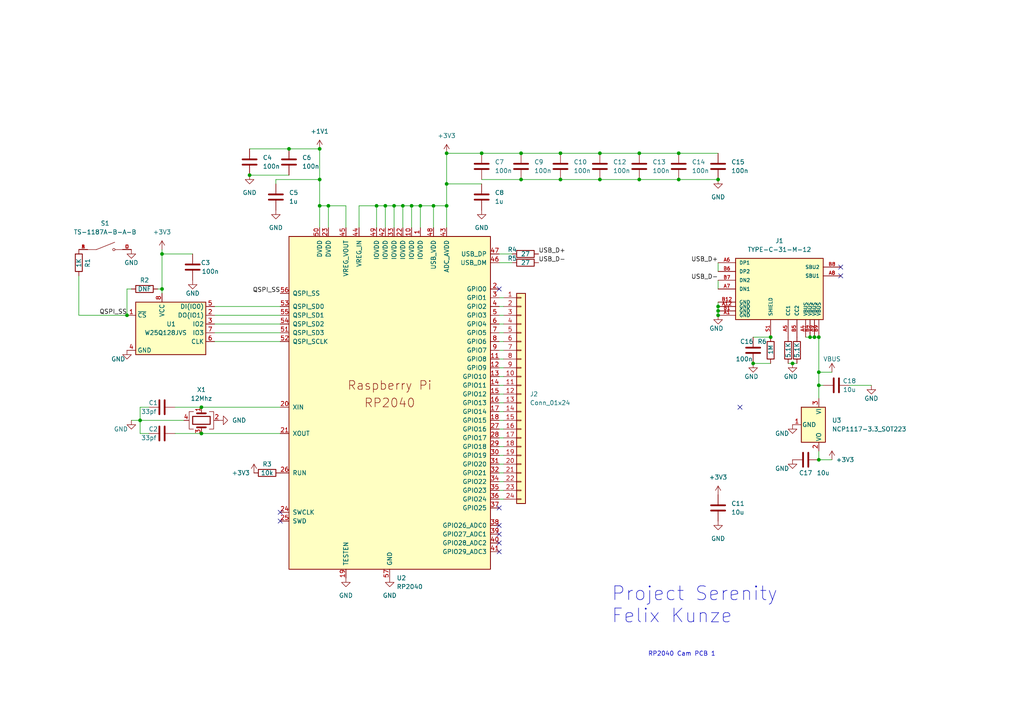
<source format=kicad_sch>
(kicad_sch (version 20231120) (generator "eeschema") (generator_version "8.0")
  (paper "A4")
  (lib_symbols
    (symbol "Connector_Generic:Conn_01x24" (pin_names (offset 1.016) hide)
      (property "Reference" "J" (at 0 30.48 0))
      (property "Value" "Conn_01x24" (at 0 -33.02 0))
      (symbol "Conn_01x24_1_1"
        (rectangle (start -1.27 -30.353) (end 0 -30.607) (stroke (width 0.1524)))
        (rectangle (start -1.27 -27.813) (end 0 -28.067) (stroke (width 0.1524)))
        (rectangle (start -1.27 -25.273) (end 0 -25.527) (stroke (width 0.1524)))
        (rectangle (start -1.27 -22.733) (end 0 -22.987) (stroke (width 0.1524)))
        (rectangle (start -1.27 -20.193) (end 0 -20.447) (stroke (width 0.1524)))
        (rectangle (start -1.27 -17.653) (end 0 -17.907) (stroke (width 0.1524)))
        (rectangle (start -1.27 -15.113) (end 0 -15.367) (stroke (width 0.1524)))
        (rectangle (start -1.27 -12.573) (end 0 -12.827) (stroke (width 0.1524)))
        (rectangle (start -1.27 -10.033) (end 0 -10.287) (stroke (width 0.1524)))
        (rectangle (start -1.27 -7.493) (end 0 -7.747) (stroke (width 0.1524)))
        (rectangle (start -1.27 -4.953) (end 0 -5.207) (stroke (width 0.1524)))
        (rectangle (start -1.27 -2.413) (end 0 -2.667) (stroke (width 0.1524)))
        (rectangle (start -1.27 0.127) (end 0 -0.127) (stroke (width 0.1524)))
        (rectangle (start -1.27 2.667) (end 0 2.413) (stroke (width 0.1524)))
        (rectangle (start -1.27 5.207) (end 0 4.953) (stroke (width 0.1524)))
        (rectangle (start -1.27 7.747) (end 0 7.493) (stroke (width 0.1524)))
        (rectangle (start -1.27 10.287) (end 0 10.033) (stroke (width 0.1524)))
        (rectangle (start -1.27 12.827) (end 0 12.573) (stroke (width 0.1524)))
        (rectangle (start -1.27 15.367) (end 0 15.113) (stroke (width 0.1524)))
        (rectangle (start -1.27 17.907) (end 0 17.653) (stroke (width 0.1524)))
        (rectangle (start -1.27 20.447) (end 0 20.193) (stroke (width 0.1524)))
        (rectangle (start -1.27 22.987) (end 0 22.733) (stroke (width 0.1524)))
        (rectangle (start -1.27 25.527) (end 0 25.273) (stroke (width 0.1524)))
        (rectangle (start -1.27 28.067) (end 0 27.813) (stroke (width 0.1524)))
        (rectangle (start -1.27 29.21) (end 1.27 -31.75) (stroke (width 0.254)) (fill (type background)))
        (pin passive line (at -5.08 27.94 0) (length 3.81) (name "Pin_1") (number "1"))
        (pin passive line (at -5.08 5.08 0) (length 3.81) (name "Pin_10") (number "10"))
        (pin passive line (at -5.08 2.54 0) (length 3.81) (name "Pin_11") (number "11"))
        (pin passive line (at -5.08 0 0) (length 3.81) (name "Pin_12") (number "12"))
        (pin passive line (at -5.08 -2.54 0) (length 3.81) (name "Pin_13") (number "13"))
        (pin passive line (at -5.08 -5.08 0) (length 3.81) (name "Pin_14") (number "14"))
        (pin passive line (at -5.08 -7.62 0) (length 3.81) (name "Pin_15") (number "15"))
        (pin passive line (at -5.08 -10.16 0) (length 3.81) (name "Pin_16") (number "16"))
        (pin passive line (at -5.08 -12.7 0) (length 3.81) (name "Pin_17") (number "17"))
        (pin passive line (at -5.08 -15.24 0) (length 3.81) (name "Pin_18") (number "18"))
        (pin passive line (at -5.08 -17.78 0) (length 3.81) (name "Pin_19") (number "19"))
        (pin passive line (at -5.08 25.4 0) (length 3.81) (name "Pin_2") (number "2"))
        (pin passive line (at -5.08 -20.32 0) (length 3.81) (name "Pin_20") (number "20"))
        (pin passive line (at -5.08 -22.86 0) (length 3.81) (name "Pin_21") (number "21"))
        (pin passive line (at -5.08 -25.4 0) (length 3.81) (name "Pin_22") (number "22"))
        (pin passive line (at -5.08 -27.94 0) (length 3.81) (name "Pin_23") (number "23"))
        (pin passive line (at -5.08 -30.48 0) (length 3.81) (name "Pin_24") (number "24"))
        (pin passive line (at -5.08 22.86 0) (length 3.81) (name "Pin_3") (number "3"))
        (pin passive line (at -5.08 20.32 0) (length 3.81) (name "Pin_4") (number "4"))
        (pin passive line (at -5.08 17.78 0) (length 3.81) (name "Pin_5") (number "5"))
        (pin passive line (at -5.08 15.24 0) (length 3.81) (name "Pin_6") (number "6"))
        (pin passive line (at -5.08 12.7 0) (length 3.81) (name "Pin_7") (number "7"))
        (pin passive line (at -5.08 10.16 0) (length 3.81) (name "Pin_8") (number "8"))
        (pin passive line (at -5.08 7.62 0) (length 3.81) (name "Pin_9") (number "9"))
      )
    )
    (symbol "Device:C" (pin_numbers hide) (pin_names (offset 0.254))
      (property "Reference" "C" (at 0.635 2.54 0))
      (property "Value" "C" (at 0.635 -2.54 0))
      (symbol "C_0_1"
        (polyline (pts (xy -2.032 -0.762) (xy 2.032 -0.762)) (stroke (width 0.508)))
        (polyline (pts (xy -2.032 0.762) (xy 2.032 0.762)) (stroke (width 0.508)))
      )
      (symbol "C_1_1"
        (pin passive line (at 0 3.81 270) (length 2.794) (name "~") (number "1"))
        (pin passive line (at 0 -3.81 90) (length 2.794) (name "~") (number "2"))
      )
    )
    (symbol "Device:Crystal_GND24" (pin_names (offset 1.016) hide)
      (property "Reference" "Y" (at 3.175 5.08 0))
      (property "Value" "Crystal_GND24" (at 3.175 3.175 0))
      (symbol "Crystal_GND24_0_1"
        (rectangle (start -1.143 2.54) (end 1.143 -2.54) (stroke (width 0.3048)))
        (polyline (pts (xy -2.54 0) (xy -2.032 0)))
        (polyline (pts (xy -2.032 -1.27) (xy -2.032 1.27)) (stroke (width 0.508)))
        (polyline (pts (xy 0 -3.81) (xy 0 -3.556)))
        (polyline (pts (xy 0 3.556) (xy 0 3.81)))
        (polyline (pts (xy 2.032 -1.27) (xy 2.032 1.27)) (stroke (width 0.508)))
        (polyline (pts (xy 2.032 0) (xy 2.54 0)))
        (polyline (pts (xy -2.54 -2.286) (xy -2.54 -3.556) (xy 2.54 -3.556) (xy 2.54 -2.286)))
        (polyline (pts (xy -2.54 2.286) (xy -2.54 3.556) (xy 2.54 3.556) (xy 2.54 2.286)))
      )
      (symbol "Crystal_GND24_1_1"
        (pin passive line (at -3.81 0 0) (length 1.27) (name "1") (number "1"))
        (pin passive line (at 0 5.08 270) (length 1.27) (name "2") (number "2"))
        (pin passive line (at 3.81 0 180) (length 1.27) (name "3") (number "3"))
        (pin passive line (at 0 -5.08 90) (length 1.27) (name "4") (number "4"))
      )
    )
    (symbol "Device:R" (pin_numbers hide) (pin_names (offset 0))
      (property "Reference" "R?" (at 0 6.35 90))
      (property "Value" "5.1K" (at 0 0 90))
      (symbol "R_0_1"
        (rectangle (start -1.016 -2.54) (end 1.016 2.54) (stroke (width 0.254)))
      )
      (symbol "R_1_1"
        (pin passive line (at 0 3.81 270) (length 1.27) (name "~") (number "1"))
        (pin passive line (at 0 -3.81 90) (length 1.27) (name "~") (number "2"))
      )
    )
    (symbol "MCU_RaspberryPi_RP2040:RP2040" (pin_names (offset 1.016))
      (property "Reference" "U1" (at 2.0194 -50.8 0))
      (property "Value" "RP2040" (at 2.0194 -53.34 0))
      (symbol "RP2040_0_0"
        (text "Raspberry Pi" (at 0 5.08 0) (effects (font (size 2.54 2.54))))
        (text "RP2040" (at 0 0 0) (effects (font (size 2.54 2.54))))
      )
      (symbol "RP2040_0_1"
        (rectangle (start 29.21 48.26) (end -29.21 -48.26) (stroke (width 0.254)) (fill (type background)))
      )
      (symbol "RP2040_1_1"
        (pin power_in line (at 8.89 50.8 270) (length 2.54) (name "IOVDD") (number "1"))
        (pin power_in line (at 6.35 50.8 270) (length 2.54) (name "IOVDD") (number "10"))
        (pin bidirectional line (at 31.75 12.7 180) (length 2.54) (name "GPIO8") (number "11"))
        (pin bidirectional line (at 31.75 10.16 180) (length 2.54) (name "GPIO9") (number "12"))
        (pin bidirectional line (at 31.75 7.62 180) (length 2.54) (name "GPIO10") (number "13"))
        (pin bidirectional line (at 31.75 5.08 180) (length 2.54) (name "GPIO11") (number "14"))
        (pin bidirectional line (at 31.75 2.54 180) (length 2.54) (name "GPIO12") (number "15"))
        (pin bidirectional line (at 31.75 0 180) (length 2.54) (name "GPIO13") (number "16"))
        (pin bidirectional line (at 31.75 -2.54 180) (length 2.54) (name "GPIO14") (number "17"))
        (pin bidirectional line (at 31.75 -5.08 180) (length 2.54) (name "GPIO15") (number "18"))
        (pin passive line (at -12.7 -50.8 90) (length 2.54) (name "TESTEN") (number "19"))
        (pin bidirectional line (at 31.75 33.02 180) (length 2.54) (name "GPIO0") (number "2"))
        (pin input line (at -31.75 -1.27 0) (length 2.54) (name "XIN") (number "20"))
        (pin passive line (at -31.75 -8.89 0) (length 2.54) (name "XOUT") (number "21"))
        (pin power_in line (at 3.81 50.8 270) (length 2.54) (name "IOVDD") (number "22"))
        (pin power_in line (at -17.78 50.8 270) (length 2.54) (name "DVDD") (number "23"))
        (pin output line (at -31.75 -31.75 0) (length 2.54) (name "SWCLK") (number "24"))
        (pin bidirectional line (at -31.75 -34.29 0) (length 2.54) (name "SWD") (number "25"))
        (pin input line (at -31.75 -20.32 0) (length 2.54) (name "RUN") (number "26"))
        (pin bidirectional line (at 31.75 -7.62 180) (length 2.54) (name "GPIO16") (number "27"))
        (pin bidirectional line (at 31.75 -10.16 180) (length 2.54) (name "GPIO17") (number "28"))
        (pin bidirectional line (at 31.75 -12.7 180) (length 2.54) (name "GPIO18") (number "29"))
        (pin bidirectional line (at 31.75 30.48 180) (length 2.54) (name "GPIO1") (number "3"))
        (pin bidirectional line (at 31.75 -15.24 180) (length 2.54) (name "GPIO19") (number "30"))
        (pin bidirectional line (at 31.75 -17.78 180) (length 2.54) (name "GPIO20") (number "31"))
        (pin bidirectional line (at 31.75 -20.32 180) (length 2.54) (name "GPIO21") (number "32"))
        (pin power_in line (at 1.27 50.8 270) (length 2.54) (name "IOVDD") (number "33"))
        (pin bidirectional line (at 31.75 -22.86 180) (length 2.54) (name "GPIO22") (number "34"))
        (pin bidirectional line (at 31.75 -25.4 180) (length 2.54) (name "GPIO23") (number "35"))
        (pin bidirectional line (at 31.75 -27.94 180) (length 2.54) (name "GPIO24") (number "36"))
        (pin bidirectional line (at 31.75 -30.48 180) (length 2.54) (name "GPIO25") (number "37"))
        (pin bidirectional line (at 31.75 -35.56 180) (length 2.54) (name "GPIO26_ADC0") (number "38"))
        (pin bidirectional line (at 31.75 -38.1 180) (length 2.54) (name "GPIO27_ADC1") (number "39"))
        (pin bidirectional line (at 31.75 27.94 180) (length 2.54) (name "GPIO2") (number "4"))
        (pin bidirectional line (at 31.75 -40.64 180) (length 2.54) (name "GPIO28_ADC2") (number "40"))
        (pin bidirectional line (at 31.75 -43.18 180) (length 2.54) (name "GPIO29_ADC3") (number "41"))
        (pin power_in line (at -1.27 50.8 270) (length 2.54) (name "IOVDD") (number "42"))
        (pin power_in line (at 16.51 50.8 270) (length 2.54) (name "ADC_AVDD") (number "43"))
        (pin power_in line (at -8.89 50.8 270) (length 2.54) (name "VREG_IN") (number "44"))
        (pin power_out line (at -12.7 50.8 270) (length 2.54) (name "VREG_VOUT") (number "45"))
        (pin bidirectional line (at 31.75 40.64 180) (length 2.54) (name "USB_DM") (number "46"))
        (pin bidirectional line (at 31.75 43.18 180) (length 2.54) (name "USB_DP") (number "47"))
        (pin power_in line (at 12.7 50.8 270) (length 2.54) (name "USB_VDD") (number "48"))
        (pin power_in line (at -3.81 50.8 270) (length 2.54) (name "IOVDD") (number "49"))
        (pin bidirectional line (at 31.75 25.4 180) (length 2.54) (name "GPIO3") (number "5"))
        (pin power_in line (at -20.32 50.8 270) (length 2.54) (name "DVDD") (number "50"))
        (pin bidirectional line (at -31.75 20.32 0) (length 2.54) (name "QSPI_SD3") (number "51"))
        (pin output line (at -31.75 17.78 0) (length 2.54) (name "QSPI_SCLK") (number "52"))
        (pin bidirectional line (at -31.75 27.94 0) (length 2.54) (name "QSPI_SD0") (number "53"))
        (pin bidirectional line (at -31.75 22.86 0) (length 2.54) (name "QSPI_SD2") (number "54"))
        (pin bidirectional line (at -31.75 25.4 0) (length 2.54) (name "QSPI_SD1") (number "55"))
        (pin bidirectional line (at -31.75 31.75 0) (length 2.54) (name "QSPI_SS") (number "56"))
        (pin power_in line (at 0 -50.8 90) (length 2.54) (name "GND") (number "57"))
        (pin bidirectional line (at 31.75 22.86 180) (length 2.54) (name "GPIO4") (number "6"))
        (pin bidirectional line (at 31.75 20.32 180) (length 2.54) (name "GPIO5") (number "7"))
        (pin bidirectional line (at 31.75 17.78 180) (length 2.54) (name "GPIO6") (number "8"))
        (pin bidirectional line (at 31.75 15.24 180) (length 2.54) (name "GPIO7") (number "9"))
      )
    )
    (symbol "Memory_Flash:W25Q128JVS"
      (property "Reference" "U1" (at -1.27 1.27 0))
      (property "Value" "W25Q128JVS" (at -7.62 -1.27 0))
      (symbol "W25Q128JVS_0_1"
        (rectangle (start -10.16 7.62) (end 10.16 -7.62) (stroke (width 0.254)) (fill (type background)))
      )
      (symbol "W25Q128JVS_1_1"
        (pin input line (at -12.7 3.81 0) (length 2.54) (name "~{CS}") (number "1"))
        (pin bidirectional line (at 12.7 3.81 180) (length 2.54) (name "DO(IO1)") (number "2"))
        (pin bidirectional line (at 12.7 1.27 180) (length 2.54) (name "IO2") (number "3"))
        (pin power_in line (at -12.7 -6.35 0) (length 2.54) (name "GND") (number "4"))
        (pin bidirectional line (at 12.7 6.35 180) (length 2.54) (name "DI(IO0)") (number "5"))
        (pin input line (at 12.7 -3.81 180) (length 2.54) (name "CLK") (number "6"))
        (pin bidirectional line (at 12.7 -1.27 180) (length 2.54) (name "IO3") (number "7"))
        (pin power_in line (at -2.54 10.16 270) (length 2.54) (name "VCC") (number "8"))
      )
    )
    (symbol "R_1" (pin_numbers hide) (pin_names (offset 0))
      (property "Reference" "R" (at 2.032 0 90))
      (property "Value" "R_1" (at 0 0 90))
      (symbol "R_1_0_1"
        (rectangle (start -1.016 -2.54) (end 1.016 2.54) (stroke (width 0.254)))
      )
      (symbol "R_1_1_1"
        (pin passive line (at 0 3.81 270) (length 1.27) (name "~") (number "1"))
        (pin passive line (at 0 -3.81 90) (length 1.27) (name "~") (number "2"))
      )
    )
    (symbol "R_2" (pin_numbers hide) (pin_names (offset 0))
      (property "Reference" "R" (at 2.032 0 90))
      (property "Value" "R_2" (at 0 0 90))
      (symbol "R_2_0_1"
        (rectangle (start -1.016 -2.54) (end 1.016 2.54) (stroke (width 0.254)))
      )
      (symbol "R_2_1_1"
        (pin passive line (at 0 3.81 270) (length 1.27) (name "~") (number "1"))
        (pin passive line (at 0 -3.81 90) (length 1.27) (name "~") (number "2"))
      )
    )
    (symbol "R_4" (pin_numbers hide) (pin_names (offset 0))
      (property "Reference" "R" (at 2.032 0 90))
      (property "Value" "R_4" (at 0 0 90))
      (symbol "R_4_0_1"
        (rectangle (start -1.016 -2.54) (end 1.016 2.54) (stroke (width 0.254)))
      )
      (symbol "R_4_1_1"
        (pin passive line (at 0 3.81 270) (length 1.27) (name "~") (number "1"))
        (pin passive line (at 0 -3.81 90) (length 1.27) (name "~") (number "2"))
      )
    )
    (symbol "R_5" (pin_numbers hide) (pin_names (offset 0))
      (property "Reference" "R" (at 2.032 0 90))
      (property "Value" "R_5" (at 0 0 90))
      (symbol "R_5_0_1"
        (rectangle (start -1.016 -2.54) (end 1.016 2.54) (stroke (width 0.254)))
      )
      (symbol "R_5_1_1"
        (pin passive line (at 0 3.81 270) (length 1.27) (name "~") (number "1"))
        (pin passive line (at 0 -3.81 90) (length 1.27) (name "~") (number "2"))
      )
    )
    (symbol "R_6" (pin_numbers hide) (pin_names (offset 0))
      (property "Reference" "R" (at 2.032 0 90))
      (property "Value" "R_6" (at 0 0 90))
      (symbol "R_6_0_1"
        (rectangle (start -1.016 -2.54) (end 1.016 2.54) (stroke (width 0.254)))
      )
      (symbol "R_6_1_1"
        (pin passive line (at 0 3.81 270) (length 1.27) (name "~") (number "1"))
        (pin passive line (at 0 -3.81 90) (length 1.27) (name "~") (number "2"))
      )
    )
    (symbol "Regulator_Linear:NCP1117-3.3_SOT223" (pin_names (offset 0.254))
      (property "Reference" "U" (at -3.81 3.175 0))
      (property "Value" "NCP1117-3.3_SOT223" (at 0 3.175 0))
      (symbol "NCP1117-3.3_SOT223_0_1"
        (rectangle (start -5.08 -5.08) (end 5.08 1.905) (stroke (width 0.254)) (fill (type background)))
      )
      (symbol "NCP1117-3.3_SOT223_1_1"
        (pin power_in line (at 0 -7.62 90) (length 2.54) (name "GND") (number "1"))
        (pin power_out line (at 7.62 0 180) (length 2.54) (name "VO") (number "2"))
        (pin power_in line (at -7.62 0 0) (length 2.54) (name "VI") (number "3"))
      )
    )
    (symbol "TS-1187A-B-A-B:TS-1187A-B-A-B" (pin_names (offset 1.016) hide)
      (property "Reference" "S?" (at 0 7.62 0))
      (property "Value" "TS-1187A-B-A-B" (at 0 5.08 0))
      (symbol "TS-1187A-B-A-B_0_0"
        (polyline (pts (xy -2.54 0) (xy -5.08 0)) (stroke (width 0.1524)))
        (polyline (pts (xy -2.54 0) (xy 2.794 2.1336)) (stroke (width 0.1524)))
        (polyline (pts (xy 5.08 0) (xy 2.921 0)) (stroke (width 0.1524)))
        (circle (center 2.54 0) (radius 0.3302) (stroke (width 0.1524)))
        (pin passive line (at -7.62 0 0) (length 2.54) (name "~") (number "A"))
        (pin passive line (at -7.62 0 0) (length 2.54) (name "~") (number "B"))
        (pin passive line (at 7.62 0 180) (length 2.54) (name "~") (number "C"))
        (pin passive line (at 7.62 0 180) (length 2.54) (name "~") (number "D"))
      )
    )
    (symbol "TYPE-C-31-M-12:TYPE-C-31-M-12" (pin_names (offset 1.016))
      (property "Reference" "J1" (at 0 13.97 0))
      (property "Value" "TYPE-C-31-M-12" (at 0 11.43 0))
      (symbol "TYPE-C-31-M-12_0_0"
        (rectangle (start -12.7 8.89) (end 12.7 -8.89) (stroke (width 0.254)) (fill (type background)))
        (pin power_out line (at -17.78 -7.62 0) (length 5.08) (name "GND") (number "A1"))
        (pin passive line (at -17.78 -5.08 0) (length 5.08) (name "GND") (number "A12"))
        (pin power_out line (at 7.62 -13.97 90) (length 5.08) (name "VBUS") (number "A4"))
        (pin bidirectional line (at 2.54 -13.97 90) (length 5.08) (name "CC1") (number "A5"))
        (pin bidirectional line (at -17.78 7.62 0) (length 5.08) (name "DP1") (number "A6"))
        (pin bidirectional line (at -17.78 0 0) (length 5.08) (name "DN1") (number "A7"))
        (pin bidirectional line (at 17.78 3.81 180) (length 5.08) (name "SBU1") (number "A8"))
        (pin passive line (at 10.16 -13.97 90) (length 5.08) (name "VBUS") (number "A9"))
        (pin passive line (at -17.78 -6.35 0) (length 5.08) (name "GND") (number "B1"))
        (pin passive line (at -17.78 -3.81 0) (length 5.08) (name "GND") (number "B12"))
        (pin passive line (at 8.89 -13.97 90) (length 5.08) (name "VBUS") (number "B4"))
        (pin bidirectional line (at 5.08 -13.97 90) (length 5.08) (name "CC2") (number "B5"))
        (pin bidirectional line (at -17.78 5.08 0) (length 5.08) (name "DP2") (number "B6"))
        (pin bidirectional line (at -17.78 2.54 0) (length 5.08) (name "DN2") (number "B7"))
        (pin bidirectional line (at 17.78 6.35 180) (length 5.08) (name "SBU2") (number "B8"))
        (pin passive line (at 11.43 -13.97 90) (length 5.08) (name "VBUS") (number "B9"))
        (pin passive line (at -2.54 -13.97 90) (length 5.08) (name "SHIELD") (number "S1"))
      )
    )
    (symbol "power:+1V1" (power) (pin_names (offset 0))
      (property "Value" "+1V1" (at 0 3.556 0))
      (symbol "+1V1_0_1"
        (polyline (pts (xy -0.762 1.27) (xy 0 2.54)))
        (polyline (pts (xy 0 0) (xy 0 2.54)))
        (polyline (pts (xy 0 2.54) (xy 0.762 1.27)))
      )
      (symbol "+1V1_1_1"
        (pin power_in line (at 0 0 90) (length 0) hide (name "+1V1") (number "1"))
      )
    )
    (symbol "power:+3.3V" (power) (pin_names (offset 0))
      (property "Value" "+3.3V" (at 0 3.556 0))
      (symbol "+3.3V_0_1"
        (polyline (pts (xy -0.762 1.27) (xy 0 2.54)))
        (polyline (pts (xy 0 0) (xy 0 2.54)))
        (polyline (pts (xy 0 2.54) (xy 0.762 1.27)))
      )
      (symbol "+3.3V_1_1"
        (pin power_in line (at 0 0 90) (length 0) hide (name "+3V3") (number "1"))
      )
    )
    (symbol "power:+3V3" (power) (pin_names (offset 0))
      (property "Value" "+3V3" (at 0 3.556 0))
      (symbol "+3V3_0_1"
        (polyline (pts (xy -0.762 1.27) (xy 0 2.54)))
        (polyline (pts (xy 0 0) (xy 0 2.54)))
        (polyline (pts (xy 0 2.54) (xy 0.762 1.27)))
      )
      (symbol "+3V3_1_1"
        (pin power_in line (at 0 0 90) (length 0) hide (name "+3V3") (number "1"))
      )
    )
    (symbol "power:GND" (power) (pin_names (offset 0))
      (property "Value" "GND" (at 0 -3.81 0))
      (symbol "GND_0_1"
        (polyline (pts (xy 0 0) (xy 0 -1.27) (xy 1.27 -1.27) (xy 0 -2.54) (xy -1.27 -1.27) (xy 0 -1.27)))
      )
      (symbol "GND_1_1"
        (pin power_in line (at 0 0 270) (length 0) hide (name "GND") (number "1"))
      )
    )
    (symbol "power:VBUS" (power) (pin_names (offset 0))
      (property "Value" "VBUS" (at 0 3.81 0))
      (symbol "VBUS_0_1"
        (polyline (pts (xy -0.762 1.27) (xy 0 2.54)))
        (polyline (pts (xy 0 0) (xy 0 2.54)))
        (polyline (pts (xy 0 2.54) (xy 0.762 1.27)))
      )
      (symbol "VBUS_1_1"
        (pin power_in line (at 0 0 90) (length 0) hide (name "VBUS") (number "1"))
      )
    )
  )
  (junction (at 83.82 43.18))
  (junction (at 162.56 52.07))
  (junction (at 151.13 44.45))
  (junction (at 173.99 52.07))
  (junction (at 229.87 105.41))
  (junction (at 116.84 59.69))
  (junction (at 40.64 121.92))
  (junction (at 139.7 44.45))
  (junction (at 95.25 59.69))
  (junction (at 92.71 59.69))
  (junction (at 234.95 97.79))
  (junction (at 58.42 118.11))
  (junction (at 114.3 59.69))
  (junction (at 208.28 90.17))
  (junction (at 46.99 83.82))
  (junction (at 208.28 91.44))
  (junction (at 111.76 59.69))
  (junction (at 119.38 59.69))
  (junction (at 196.85 52.07))
  (junction (at 129.54 53.34))
  (junction (at 92.71 43.18))
  (junction (at 129.54 59.69))
  (junction (at 236.22 97.79))
  (junction (at 237.49 133.35))
  (junction (at 237.49 97.79))
  (junction (at 109.22 59.69))
  (junction (at 46.99 73.66))
  (junction (at 36.83 91.44))
  (junction (at 92.71 52.07))
  (junction (at 129.54 44.45))
  (junction (at 218.44 105.41))
  (junction (at 58.42 125.73))
  (junction (at 208.28 88.9))
  (junction (at 173.99 44.45))
  (junction (at 196.85 44.45))
  (junction (at 208.28 52.07))
  (junction (at 125.73 59.69))
  (junction (at 237.49 107.95))
  (junction (at 237.49 111.76))
  (junction (at 162.56 44.45))
  (junction (at 121.92 59.69))
  (junction (at 151.13 52.07))
  (junction (at 185.42 44.45))
  (junction (at 72.39 50.8))
  (junction (at 185.42 52.07))
  (junction (at 223.52 97.79))
  (no_connect (at 144.78 147.32))
  (no_connect (at 243.84 77.47))
  (no_connect (at 243.84 80.01))
  (no_connect (at 144.78 83.82))
  (no_connect (at 81.28 151.13))
  (no_connect (at 214.63 118.11))
  (no_connect (at 144.78 152.4))
  (no_connect (at 144.78 154.94))
  (no_connect (at 144.78 157.48))
  (no_connect (at 144.78 160.02))
  (no_connect (at 81.28 148.59))
  (wire (pts (xy 237.49 133.35) (xy 237.49 130.81)))
  (wire (pts (xy 185.42 52.07) (xy 196.85 52.07)))
  (wire (pts (xy 146.05 106.68) (xy 144.78 106.68)))
  (wire (pts (xy 22.86 91.44) (xy 36.83 91.44)))
  (wire (pts (xy 208.28 88.9) (xy 208.28 90.17)))
  (wire (pts (xy 234.95 97.79) (xy 236.22 97.79)))
  (wire (pts (xy 111.76 59.69) (xy 111.76 66.04)))
  (wire (pts (xy 92.71 59.69) (xy 92.71 66.04)))
  (wire (pts (xy 144.78 73.66) (xy 148.59 73.66)))
  (wire (pts (xy 241.3 133.35) (xy 237.49 133.35)))
  (wire (pts (xy 92.71 52.07) (xy 92.71 59.69)))
  (wire (pts (xy 185.42 44.45) (xy 196.85 44.45)))
  (wire (pts (xy 62.23 88.9) (xy 81.28 88.9)))
  (wire (pts (xy 173.99 52.07) (xy 185.42 52.07)))
  (wire (pts (xy 146.05 124.46) (xy 144.78 124.46)))
  (wire (pts (xy 229.87 105.41) (xy 231.14 105.41)))
  (wire (pts (xy 121.92 59.69) (xy 125.73 59.69)))
  (wire (pts (xy 92.71 43.18) (xy 92.71 52.07)))
  (wire (pts (xy 50.8 125.73) (xy 58.42 125.73)))
  (wire (pts (xy 139.7 44.45) (xy 151.13 44.45)))
  (wire (pts (xy 58.42 118.11) (xy 81.28 118.11)))
  (wire (pts (xy 72.39 50.8) (xy 83.82 50.8)))
  (wire (pts (xy 218.44 97.79) (xy 223.52 97.79)))
  (wire (pts (xy 146.05 96.52) (xy 144.78 96.52)))
  (wire (pts (xy 146.05 129.54) (xy 144.78 129.54)))
  (wire (pts (xy 237.49 111.76) (xy 237.49 115.57)))
  (wire (pts (xy 146.05 134.62) (xy 144.78 134.62)))
  (wire (pts (xy 114.3 59.69) (xy 116.84 59.69)))
  (wire (pts (xy 109.22 59.69) (xy 111.76 59.69)))
  (wire (pts (xy 173.99 44.45) (xy 185.42 44.45)))
  (wire (pts (xy 146.05 86.36) (xy 144.78 86.36)))
  (wire (pts (xy 146.05 119.38) (xy 144.78 119.38)))
  (wire (pts (xy 40.64 125.73) (xy 40.64 121.92)))
  (wire (pts (xy 146.05 104.14) (xy 144.78 104.14)))
  (wire (pts (xy 114.3 59.69) (xy 114.3 66.04)))
  (wire (pts (xy 119.38 59.69) (xy 121.92 59.69)))
  (wire (pts (xy 104.14 66.04) (xy 104.14 59.69)))
  (wire (pts (xy 146.05 142.24) (xy 144.78 142.24)))
  (wire (pts (xy 62.23 93.98) (xy 81.28 93.98)))
  (wire (pts (xy 95.25 59.69) (xy 95.25 66.04)))
  (wire (pts (xy 208.28 81.28) (xy 208.28 83.82)))
  (wire (pts (xy 80.01 52.07) (xy 80.01 53.34)))
  (wire (pts (xy 139.7 52.07) (xy 151.13 52.07)))
  (wire (pts (xy 237.49 97.79) (xy 237.49 107.95)))
  (wire (pts (xy 55.88 73.66) (xy 46.99 73.66)))
  (wire (pts (xy 146.05 93.98) (xy 144.78 93.98)))
  (wire (pts (xy 146.05 127) (xy 144.78 127)))
  (wire (pts (xy 237.49 107.95) (xy 237.49 111.76)))
  (wire (pts (xy 146.05 116.84) (xy 144.78 116.84)))
  (wire (pts (xy 111.76 59.69) (xy 114.3 59.69)))
  (wire (pts (xy 116.84 59.69) (xy 116.84 66.04)))
  (wire (pts (xy 45.72 83.82) (xy 46.99 83.82)))
  (wire (pts (xy 146.05 101.6) (xy 144.78 101.6)))
  (wire (pts (xy 100.33 66.04) (xy 100.33 59.69)))
  (wire (pts (xy 146.05 121.92) (xy 144.78 121.92)))
  (wire (pts (xy 38.1 121.92) (xy 40.64 121.92)))
  (wire (pts (xy 146.05 139.7) (xy 144.78 139.7)))
  (wire (pts (xy 208.28 76.2) (xy 208.28 78.74)))
  (wire (pts (xy 146.05 137.16) (xy 144.78 137.16)))
  (wire (pts (xy 129.54 44.45) (xy 139.7 44.45)))
  (wire (pts (xy 196.85 44.45) (xy 208.28 44.45)))
  (wire (pts (xy 40.64 121.92) (xy 40.64 118.11)))
  (wire (pts (xy 125.73 59.69) (xy 129.54 59.69)))
  (wire (pts (xy 146.05 144.78) (xy 144.78 144.78)))
  (wire (pts (xy 151.13 44.45) (xy 162.56 44.45)))
  (wire (pts (xy 62.23 96.52) (xy 81.28 96.52)))
  (wire (pts (xy 146.05 114.3) (xy 144.78 114.3)))
  (wire (pts (xy 62.23 99.06) (xy 81.28 99.06)))
  (wire (pts (xy 252.73 111.76) (xy 246.38 111.76)))
  (wire (pts (xy 95.25 59.69) (xy 100.33 59.69)))
  (wire (pts (xy 208.28 87.63) (xy 208.28 88.9)))
  (wire (pts (xy 38.1 83.82) (xy 36.83 83.82)))
  (wire (pts (xy 208.28 90.17) (xy 208.28 91.44)))
  (wire (pts (xy 104.14 59.69) (xy 109.22 59.69)))
  (wire (pts (xy 162.56 44.45) (xy 173.99 44.45)))
  (wire (pts (xy 43.18 125.73) (xy 40.64 125.73)))
  (wire (pts (xy 46.99 73.66) (xy 46.99 83.82)))
  (wire (pts (xy 116.84 59.69) (xy 119.38 59.69)))
  (wire (pts (xy 119.38 59.69) (xy 119.38 66.04)))
  (wire (pts (xy 144.78 76.2) (xy 148.59 76.2)))
  (wire (pts (xy 196.85 52.07) (xy 208.28 52.07)))
  (wire (pts (xy 233.68 97.79) (xy 234.95 97.79)))
  (wire (pts (xy 129.54 59.69) (xy 129.54 66.04)))
  (wire (pts (xy 129.54 44.45) (xy 129.54 53.34)))
  (wire (pts (xy 125.73 59.69) (xy 125.73 66.04)))
  (wire (pts (xy 144.78 109.22) (xy 146.05 109.22)))
  (wire (pts (xy 146.05 111.76) (xy 144.78 111.76)))
  (wire (pts (xy 40.64 118.11) (xy 43.18 118.11)))
  (wire (pts (xy 146.05 88.9) (xy 144.78 88.9)))
  (wire (pts (xy 121.92 59.69) (xy 121.92 66.04)))
  (wire (pts (xy 22.86 80.01) (xy 22.86 91.44)))
  (wire (pts (xy 146.05 99.06) (xy 144.78 99.06)))
  (wire (pts (xy 50.8 118.11) (xy 58.42 118.11)))
  (wire (pts (xy 46.99 72.39) (xy 46.99 73.66)))
  (wire (pts (xy 92.71 52.07) (xy 80.01 52.07)))
  (wire (pts (xy 139.7 53.34) (xy 129.54 53.34)))
  (wire (pts (xy 162.56 52.07) (xy 173.99 52.07)))
  (wire (pts (xy 62.23 91.44) (xy 81.28 91.44)))
  (wire (pts (xy 58.42 125.73) (xy 81.28 125.73)))
  (wire (pts (xy 72.39 43.18) (xy 83.82 43.18)))
  (wire (pts (xy 109.22 66.04) (xy 109.22 59.69)))
  (wire (pts (xy 241.3 107.95) (xy 237.49 107.95)))
  (wire (pts (xy 83.82 43.18) (xy 92.71 43.18)))
  (wire (pts (xy 236.22 97.79) (xy 237.49 97.79)))
  (wire (pts (xy 229.87 105.41) (xy 228.6 105.41)))
  (wire (pts (xy 92.71 59.69) (xy 95.25 59.69)))
  (wire (pts (xy 36.83 83.82) (xy 36.83 91.44)))
  (wire (pts (xy 40.64 121.92) (xy 53.34 121.92)))
  (wire (pts (xy 46.99 83.82) (xy 46.99 85.09)))
  (wire (pts (xy 218.44 105.41) (xy 223.52 105.41)))
  (wire (pts (xy 237.49 111.76) (xy 238.76 111.76)))
  (wire (pts (xy 151.13 52.07) (xy 162.56 52.07)))
  (wire (pts (xy 146.05 91.44) (xy 144.78 91.44)))
  (wire (pts (xy 146.05 132.08) (xy 144.78 132.08)))
  (wire (pts (xy 129.54 53.34) (xy 129.54 59.69)))
  (text "Project Serenity\nFelix Kunze\n" (at 177.292 181.102 0) (effects (font (size 4 4)) (justify left bottom)))
  (text "RP2040 Cam PCB 1" (at 187.96 190.5 0) (effects (font (size 1.27 1.27)) (justify left bottom)))
  (label "USB_D-" (at 208.28 81.28 180))
  (label "QSPI_SS" (at 81.28 85.09 180))
  (label "USB_D-" (at 156.21 76.2 0))
  (label "USB_D+" (at 208.28 76.2 180))
  (label "QSPI_SS" (at 36.83 91.44 180))
  (label "USB_D+" (at 156.21 73.66 0))
  (symbol (lib_id "power:GND") (at 38.1 121.92 0) (unit 1)
    (property "Reference" "#PWR03" (effects (hide yes)))
    (property "Value" "GND" (at 33.02 124.46 0) (effects (justify left)))
  )
  (symbol (lib_id "power:GND") (at 252.73 111.76 0) (unit 1)
    (property "Reference" "#PWR033" (effects (hide yes)))
    (property "Value" "GND" (at 252.73 115.57 0))
  )
  (symbol (lib_id "TS-1187A-B-A-B:TS-1187A-B-A-B") (at 30.48 72.39 0) (unit 1)
    (property "Reference" "S1" (at 30.48 64.77 0))
    (property "Value" "TS-1187A-B-A-B" (at 30.48 67.31 0))
    (property "Footprint" "myFootprints:SW_TS-1187A-B-A-B" (effects (hide yes)))
    (property "PARTREV" "A0" (effects (hide yes)))
    (property "STANDARD" "Manufacturer Recommendations" (effects (hide yes)))
    (property "MAXIMUM_PACKAGE_HEIGHT" "1.5mm" (effects (hide yes)))
    (property "MANUFACTURER" "XKB Industrial Precision" (effects (hide yes)))
    (property "LCSC Part #" "C318884" (effects (hide yes)))
  )
  (symbol (lib_id "Device:C") (at 208.28 48.26 0) (unit 1)
    (property "Reference" "C15" (at 212.09 46.9899 0) (effects (justify left)))
    (property "Value" "100n" (at 212.09 49.5299 0) (effects (justify left)))
    (property "Footprint" "Capacitor_SMD:C_0402_1005Metric" (effects (hide yes)))
    (property "LCSC Part #" "C1525" (effects (hide yes)))
  )
  (symbol (lib_id "power:GND") (at 55.88 81.28 0) (unit 1)
    (property "Reference" "#PWR05" (effects (hide yes)))
    (property "Value" "GND" (at 55.88 85.09 0))
  )
  (symbol (lib_name "R_2") (lib_id "Device:R") (at 152.4 73.66 90) (unit 1)
    (property "Reference" "R4" (at 148.59 72.39 90))
    (property "Value" "27" (at 152.4 73.66 90))
    (property "Footprint" "Resistor_SMD:R_0603_1608Metric" (effects (hide yes)))
    (property "LCSC Part #" "C25190" (effects (hide yes)))
  )
  (symbol (lib_name "R_4") (lib_id "Device:R") (at 223.52 101.6 0) (unit 1)
    (property "Reference" "R6" (at 219.71 99.06 0) (effects (justify left)))
    (property "Value" "1M" (at 223.52 102.87 90) (effects (justify left)))
    (property "Footprint" "Resistor_SMD:R_0603_1608Metric" (effects (hide yes)))
    (property "LCSC Part #" "C22935" (effects (hide yes)))
  )
  (symbol (lib_id "Device:C") (at 139.7 57.15 0) (unit 1)
    (property "Reference" "C8" (at 143.51 55.8799 0) (effects (justify left)))
    (property "Value" "1u" (at 143.51 58.4199 0) (effects (justify left)))
    (property "Footprint" "Capacitor_SMD:C_0402_1005Metric" (effects (hide yes)))
    (property "LCSC Part #" "C52923" (effects (hide yes)))
  )
  (symbol (lib_id "power:GND") (at 208.28 91.44 0) (unit 1)
    (property "Reference" "#PWR026" (effects (hide yes)))
    (property "Value" "GND" (at 205.74 95.25 0) (effects (justify left)))
  )
  (symbol (lib_id "power:+3.3V") (at 73.66 137.16 0) (unit 1)
    (property "Reference" "#PWR08" (effects (hide yes)))
    (property "Value" "+3V3" (at 69.85 137.16 0))
  )
  (symbol (lib_id "power:+3.3V") (at 129.54 44.45 0) (unit 1)
    (property "Reference" "#PWR013" (effects (hide yes)))
    (property "Value" "+3V3" (at 129.54 39.37 0))
  )
  (symbol (lib_id "Device:C") (at 80.01 57.15 0) (unit 1)
    (property "Reference" "C5" (at 83.82 55.8799 0) (effects (justify left)))
    (property "Value" "1u" (at 83.82 58.4199 0) (effects (justify left)))
    (property "Footprint" "Capacitor_SMD:C_0402_1005Metric" (effects (hide yes)))
    (property "LCSC Part #" "C52923" (effects (hide yes)))
  )
  (symbol (lib_name "R_1") (lib_id "Device:R") (at 22.86 76.2 180) (unit 1)
    (property "Reference" "R1" (at 25.4 74.93 90) (effects (justify left)))
    (property "Value" "1K" (at 22.86 74.93 90) (effects (justify left)))
    (property "Footprint" "Resistor_SMD:R_0402_1005Metric" (effects (hide yes)))
    (property "LCSC Part #" "C11702" (effects (hide yes)))
  )
  (symbol (lib_id "power:GND") (at 229.87 105.41 0) (unit 1)
    (property "Reference" "#PWR028" (effects (hide yes)))
    (property "Value" "GND" (at 227.33 109.22 0) (effects (justify left)))
  )
  (symbol (lib_id "Device:Crystal_GND24") (at 58.42 121.92 270) (unit 1)
    (property "Reference" "X1" (at 58.42 113.03 90))
    (property "Value" "12Mhz" (at 58.42 115.57 90))
    (property "Footprint" "Crystal:Crystal_SMD_3225-4Pin_3.2x2.5mm" (effects (hide yes)))
    (property "LCSC Part #" "C9002" (effects (hide yes)))
  )
  (symbol (lib_name "R_5") (lib_id "Device:R") (at 77.47 137.16 90) (unit 1)
    (property "Reference" "R3" (at 77.47 134.62 90))
    (property "Value" "10k" (at 77.47 137.16 90))
    (property "Footprint" "Resistor_SMD:R_0402_1005Metric" (effects (hide yes)))
    (property "LCSC Part #" "C25744" (effects (hide yes)))
  )
  (symbol (lib_id "Device:C") (at 72.39 46.99 0) (unit 1)
    (property "Reference" "C4" (at 76.2 45.7199 0) (effects (justify left)))
    (property "Value" "100n" (at 76.2 48.2599 0) (effects (justify left)))
    (property "Footprint" "Capacitor_SMD:C_0402_1005Metric" (effects (hide yes)))
    (property "LCSC Part #" "C1525" (effects (hide yes)))
  )
  (symbol (lib_id "Device:C") (at 242.57 111.76 270) (unit 1)
    (property "Reference" "C18" (at 246.38 110.49 90))
    (property "Value" "10u" (at 246.38 113.03 90))
    (property "Footprint" "Capacitor_SMD:C_0402_1005Metric" (effects (hide yes)))
    (property "LCSC Part #" "C15525" (effects (hide yes)))
  )
  (symbol (lib_id "power:+3.3V") (at 208.28 143.51 0) (unit 1)
    (property "Reference" "#PWR017" (effects (hide yes)))
    (property "Value" "+3V3" (at 208.28 138.43 0))
  )
  (symbol (lib_id "power:GND") (at 100.33 167.64 0) (unit 1)
    (property "Reference" "#PWR011" (effects (hide yes)))
    (property "Value" "GND" (at 100.33 172.72 0))
  )
  (symbol (lib_id "power:GND") (at 218.44 105.41 0) (unit 1)
    (property "Reference" "#PWR027" (effects (hide yes)))
    (property "Value" "GND" (at 215.9 109.22 0) (effects (justify left)))
  )
  (symbol (lib_id "Device:C") (at 46.99 125.73 270) (unit 1)
    (property "Reference" "C2" (at 44.45 124.46 90))
    (property "Value" "33pf" (at 43.18 127 90))
    (property "Footprint" "Capacitor_SMD:C_0402_1005Metric" (effects (hide yes)))
    (property "LCSC Part #" "C1562" (effects (hide yes)))
  )
  (symbol (lib_id "power:GND") (at 139.7 60.96 0) (unit 1)
    (property "Reference" "#PWR014" (effects (hide yes)))
    (property "Value" "GND" (at 139.7 66.04 0))
  )
  (symbol (lib_id "power:GND") (at 208.28 151.13 0) (unit 1)
    (property "Reference" "#PWR018" (effects (hide yes)))
    (property "Value" "GND" (at 208.28 156.21 0))
  )
  (symbol (lib_id "Device:R") (at 231.14 101.6 180) (unit 1)
    (property "Reference" "R8" (effects (hide yes)))
    (property "Value" "5.1K" (at 231.14 101.6 90))
    (property "Footprint" "Resistor_SMD:R_0402_1005Metric" (effects (hide yes)))
    (property "LCSC Part #" "C25905" (effects (hide yes)))
  )
  (symbol (lib_name "R_6") (lib_id "Device:R") (at 41.91 83.82 90) (unit 1)
    (property "Reference" "R2" (at 41.91 81.28 90))
    (property "Value" "DNF" (at 41.91 83.82 90))
    (property "Footprint" "Resistor_SMD:R_0402_1005Metric" (effects (hide yes)))
  )
  (symbol (lib_id "power:GND") (at 63.5 121.92 90) (unit 1)
    (property "Reference" "#PWR06" (effects (hide yes)))
    (property "Value" "GND" (at 67.31 121.9199 90) (effects (justify right)))
  )
  (symbol (lib_name "R_2") (lib_id "Device:R") (at 152.4 76.2 90) (unit 1)
    (property "Reference" "R5" (at 148.59 74.93 90))
    (property "Value" "27" (at 152.4 76.2 90))
    (property "Footprint" "Resistor_SMD:R_0603_1608Metric" (effects (hide yes)))
    (property "LCSC Part #" "C25190" (effects (hide yes)))
  )
  (symbol (lib_id "TYPE-C-31-M-12:TYPE-C-31-M-12") (at 226.06 83.82 0) (unit 1)
    (property "Reference" "J1" (at 226.06 69.85 0))
    (property "Value" "TYPE-C-31-M-12" (at 226.06 72.39 0))
    (property "Footprint" "Connector_USB:USB_C_Receptacle_HRO_TYPE-C-31-M-12" (effects (hide yes)))
    (property "MANUFACTURER" "HRO Electronics" (effects (hide yes)))
    (property "MAXIMUM_PACKAGE_HEIGHT" "3.31mm" (effects (hide yes)))
    (property "STANDARD" "Manufacturer Recommendations" (effects (hide yes)))
    (property "PARTREV" "A" (effects (hide yes)))
    (property "LCSC Part #" "C165948" (effects (hide yes)))
  )
  (symbol (lib_id "Device:R") (at 228.6 101.6 180) (unit 1)
    (property "Reference" "R7" (effects (hide yes)))
    (property "Value" "5.1K" (at 228.6 101.6 90))
    (property "Footprint" "Resistor_SMD:R_0402_1005Metric" (effects (hide yes)))
    (property "LCSC Part #" "C25905" (effects (hide yes)))
  )
  (symbol (lib_id "power:GND") (at 80.01 60.96 0) (unit 1)
    (property "Reference" "#PWR09" (effects (hide yes)))
    (property "Value" "GND" (at 80.01 66.04 0))
  )
  (symbol (lib_id "power:GND") (at 36.83 101.6 0) (unit 1)
    (property "Reference" "#PWR01" (effects (hide yes)))
    (property "Value" "GND" (at 34.29 104.14 0))
  )
  (symbol (lib_id "Device:C") (at 233.68 133.35 90) (unit 1)
    (property "Reference" "C17" (at 233.68 137.16 90))
    (property "Value" "10u" (at 238.76 137.16 90))
    (property "Footprint" "Capacitor_SMD:C_0402_1005Metric" (effects (hide yes)))
    (property "LCSC Part #" "C15525" (effects (hide yes)))
  )
  (symbol (lib_id "Regulator_Linear:NCP1117-3.3_SOT223") (at 237.49 123.19 270) (unit 1)
    (property "Reference" "U3" (at 241.3 121.92 90) (effects (justify left)))
    (property "Value" "NCP1117-3.3_SOT223" (at 241.3 124.46 90) (effects (justify left)))
    (property "Footprint" "Package_TO_SOT_SMD:SOT-223-3_TabPin2" (effects (hide yes)))
    (property "Datasheet" "http://www.onsemi.com/pub_link/Collateral/NCP1117-D.PDF" (effects (hide yes)))
    (property "LCSC Part #" "C26537" (effects (hide yes)))
  )
  (symbol (lib_id "power:GND") (at 229.87 133.35 0) (unit 1)
    (property "Reference" "#PWR030" (effects (hide yes)))
    (property "Value" "GND" (at 224.79 135.89 0) (effects (justify left)))
  )
  (symbol (lib_id "power:GND") (at 72.39 50.8 0) (unit 1)
    (property "Reference" "#PWR07" (effects (hide yes)))
    (property "Value" "GND" (at 72.39 55.88 0))
  )
  (symbol (lib_id "power:+1V1") (at 92.71 43.18 0) (unit 1)
    (property "Reference" "#PWR010" (effects (hide yes)))
    (property "Value" "+1V1" (at 92.71 38.1 0))
  )
  (symbol (lib_id "Device:C") (at 55.88 77.47 0) (unit 1)
    (property "Reference" "C3" (at 60.96 76.2 0) (effects (justify right)))
    (property "Value" "100n" (at 63.5 78.74 0) (effects (justify right)))
    (property "Footprint" "Capacitor_SMD:C_0402_1005Metric" (effects (hide yes)))
    (property "LCSC Part #" "C1525" (effects (hide yes)))
  )
  (symbol (lib_id "power:GND") (at 38.1 72.39 0) (unit 1)
    (property "Reference" "#PWR02" (effects (hide yes)))
    (property "Value" "GND" (at 38.1 76.2 0))
  )
  (symbol (lib_id "Device:C") (at 208.28 147.32 0) (unit 1)
    (property "Reference" "C11" (at 212.09 146.0499 0) (effects (justify left)))
    (property "Value" "10u" (at 212.09 148.5899 0) (effects (justify left)))
    (property "Footprint" "Capacitor_SMD:C_0402_1005Metric" (effects (hide yes)))
    (property "LCSC Part #" "C15525" (effects (hide yes)))
  )
  (symbol (lib_id "Device:C") (at 83.82 46.99 0) (unit 1)
    (property "Reference" "C6" (at 87.63 45.7199 0) (effects (justify left)))
    (property "Value" "100n" (at 87.63 48.2599 0) (effects (justify left)))
    (property "Footprint" "Capacitor_SMD:C_0402_1005Metric" (effects (hide yes)))
    (property "LCSC Part #" "C1525" (effects (hide yes)))
  )
  (symbol (lib_id "Device:C") (at 173.99 48.26 0) (unit 1)
    (property "Reference" "C12" (at 177.8 46.9899 0) (effects (justify left)))
    (property "Value" "100n" (at 177.8 49.5299 0) (effects (justify left)))
    (property "Footprint" "Capacitor_SMD:C_0402_1005Metric" (effects (hide yes)))
    (property "LCSC Part #" "C1525" (effects (hide yes)))
  )
  (symbol (lib_id "power:+3.3V") (at 241.3 133.35 0) (unit 1)
    (property "Reference" "#PWR032" (effects (hide yes)))
    (property "Value" "+3V3" (at 245.11 133.35 0))
  )
  (symbol (lib_id "Device:C") (at 151.13 48.26 0) (unit 1)
    (property "Reference" "C9" (at 154.94 46.9899 0) (effects (justify left)))
    (property "Value" "100n" (at 154.94 49.5299 0) (effects (justify left)))
    (property "Footprint" "Capacitor_SMD:C_0402_1005Metric" (effects (hide yes)))
    (property "LCSC Part #" "C1525" (effects (hide yes)))
  )
  (symbol (lib_id "power:GND") (at 208.28 52.07 0) (unit 1)
    (property "Reference" "#PWR025" (effects (hide yes)))
    (property "Value" "GND" (at 208.28 57.15 0))
  )
  (symbol (lib_id "Memory_Flash:W25Q128JVS") (at 49.53 95.25 0) (unit 1)
    (property "Reference" "U1" (at 48.26 93.98 0) (effects (justify left)))
    (property "Value" "W25Q128JVS" (at 41.91 96.52 0) (effects (justify left)))
    (property "Footprint" "Package_SO:SOIC-8_5.23x5.23mm_P1.27mm" (effects (hide yes)))
    (property "Datasheet" "http://www.winbond.com/resource-files/w25q128jv_dtr%20revc%2003272018%20plus.pdf" (effects (hide yes)))
    (property "LCSC Part #" "C97521" (effects (hide yes)))
  )
  (symbol (lib_id "Device:C") (at 46.99 118.11 90) (unit 1)
    (property "Reference" "C1" (at 44.45 116.84 90))
    (property "Value" "33pf" (at 43.18 119.38 90))
    (property "Footprint" "Capacitor_SMD:C_0402_1005Metric" (effects (hide yes)))
    (property "LCSC Part #" "C1562" (effects (hide yes)))
  )
  (symbol (lib_id "Connector_Generic:Conn_01x24") (at 151.13 114.3 0) (unit 1)
    (property "Reference" "J2" (at 153.67 114.2999 0) (effects (justify left)))
    (property "Value" "Conn_01x24" (at 153.67 116.8399 0) (effects (justify left)))
    (property "Footprint" "Connector_Amphenol:AMPHENOL_SFV24R-2STE1HLF" (effects (hide yes)))
    (property "Description" "Generic connector, single row, 01x24, script generated (kicad-library-utils/schlib/autogen/connector/)" (effects (hide yes)))
  )
  (symbol (lib_id "power:VBUS") (at 241.3 107.95 0) (unit 1)
    (property "Reference" "#PWR031" (effects (hide yes)))
    (property "Value" "VBUS" (at 238.76 104.14 0) (effects (justify left)))
  )
  (symbol (lib_id "Device:C") (at 162.56 48.26 0) (unit 1)
    (property "Reference" "C10" (at 166.37 46.9899 0) (effects (justify left)))
    (property "Value" "100n" (at 166.37 49.5299 0) (effects (justify left)))
    (property "Footprint" "Capacitor_SMD:C_0402_1005Metric" (effects (hide yes)))
    (property "LCSC Part #" "C1525" (effects (hide yes)))
  )
  (symbol (lib_id "power:GND") (at 113.03 167.64 0) (unit 1)
    (property "Reference" "#PWR012" (effects (hide yes)))
    (property "Value" "GND" (at 113.03 172.72 0))
  )
  (symbol (lib_id "Device:C") (at 139.7 48.26 0) (mirror y) (unit 1)
    (property "Reference" "C7" (at 143.51 46.9899 0) (effects (justify right)))
    (property "Value" "100n" (at 143.51 49.5299 0) (effects (justify right)))
    (property "Footprint" "Capacitor_SMD:C_0402_1005Metric" (effects (hide yes)))
    (property "LCSC Part #" "C1525" (effects (hide yes)))
  )
  (symbol (lib_id "power:GND") (at 229.87 123.19 0) (unit 1)
    (property "Reference" "#PWR029" (effects (hide yes)))
    (property "Value" "GND" (at 224.79 125.73 0) (effects (justify left)))
  )
  (symbol (lib_id "power:+3V3") (at 46.99 72.39 0) (unit 1)
    (property "Reference" "#PWR04" (effects (hide yes)))
    (property "Value" "+3V3" (at 46.99 67.31 0))
  )
  (symbol (lib_id "Device:C") (at 196.85 48.26 0) (unit 1)
    (property "Reference" "C14" (at 200.66 46.9899 0) (effects (justify left)))
    (property "Value" "100n" (at 200.66 49.5299 0) (effects (justify left)))
    (property "Footprint" "Capacitor_SMD:C_0402_1005Metric" (effects (hide yes)))
    (property "LCSC Part #" "C1525" (effects (hide yes)))
  )
  (symbol (lib_id "MCU_RaspberryPi_RP2040:RP2040") (at 113.03 116.84 0) (unit 1)
    (property "Reference" "U2" (at 115.0494 167.64 0) (effects (justify left)))
    (property "Value" "RP2040" (at 115.0494 170.18 0) (effects (justify left)))
    (property "Footprint" "RP2040_minimal:RP2040-QFN-56" (effects (hide yes)))
    (property "LCSC Part #" "C2040" (effects (hide yes)))
  )
  (symbol (lib_id "Device:C") (at 185.42 48.26 0) (unit 1)
    (property "Reference" "C13" (at 189.23 46.9899 0) (effects (justify left)))
    (property "Value" "100n" (at 189.23 49.5299 0) (effects (justify left)))
    (property "Footprint" "Capacitor_SMD:C_0402_1005Metric" (effects (hide yes)))
    (property "LCSC Part #" "C1525" (effects (hide yes)))
  )
  (symbol (lib_id "Device:C") (at 218.44 101.6 0) (unit 1)
    (property "Reference" "C16" (at 214.63 99.06 0) (effects (justify left)))
    (property "Value" "100n" (at 213.36 104.14 0) (effects (justify left)))
    (property "Footprint" "Capacitor_SMD:C_0603_1608Metric" (effects (hide yes)))
    (property "LCSC Part #" "C14663" (effects (hide yes)))
  )
)
</source>
